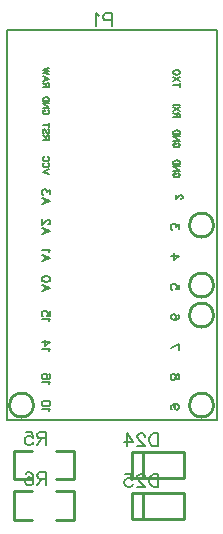
<source format=gbo>
G04 Layer: BottomSilkLayer*
G04 EasyEDA v6.4.17, 2021-03-21T20:07:18+01:00*
G04 c47a54ca09f5448bbd9a4779f7b556aa,4df854c6aec24255a39790d4430c752a,10*
G04 Gerber Generator version 0.2*
G04 Scale: 100 percent, Rotated: No, Reflected: No *
G04 Dimensions in millimeters *
G04 leading zeros omitted , absolute positions ,4 integer and 5 decimal *
%FSLAX45Y45*%
%MOMM*%

%ADD10C,0.2540*%
%ADD20C,0.1524*%
%ADD21C,0.2032*%

%LPD*%
D20*
X11013409Y4738115D02*
G01*
X11013409Y4629150D01*
X11013409Y4738115D02*
G01*
X10966673Y4738115D01*
X10951179Y4733036D01*
X10945845Y4727702D01*
X10940765Y4717287D01*
X10940765Y4706873D01*
X10945845Y4696460D01*
X10951179Y4691379D01*
X10966673Y4686300D01*
X11013409Y4686300D01*
X10977087Y4686300D02*
G01*
X10940765Y4629150D01*
X10843991Y4722621D02*
G01*
X10849325Y4733036D01*
X10864819Y4738115D01*
X10875233Y4738115D01*
X10890727Y4733036D01*
X10901141Y4717287D01*
X10906475Y4691379D01*
X10906475Y4665471D01*
X10901141Y4644644D01*
X10890727Y4634229D01*
X10875233Y4629150D01*
X10869899Y4629150D01*
X10854405Y4634229D01*
X10843991Y4644644D01*
X10838911Y4660137D01*
X10838911Y4665471D01*
X10843991Y4680965D01*
X10854405Y4691379D01*
X10869899Y4696460D01*
X10875233Y4696460D01*
X10890727Y4691379D01*
X10901141Y4680965D01*
X10906475Y4665471D01*
X11013409Y5081015D02*
G01*
X11013409Y4972050D01*
X11013409Y5081015D02*
G01*
X10966673Y5081015D01*
X10951179Y5075936D01*
X10945845Y5070602D01*
X10940765Y5060187D01*
X10940765Y5049773D01*
X10945845Y5039360D01*
X10951179Y5034279D01*
X10966673Y5029200D01*
X11013409Y5029200D01*
X10977087Y5029200D02*
G01*
X10940765Y4972050D01*
X10843991Y5081015D02*
G01*
X10896061Y5081015D01*
X10901141Y5034279D01*
X10896061Y5039360D01*
X10880313Y5044694D01*
X10864819Y5044694D01*
X10849325Y5039360D01*
X10838911Y5029200D01*
X10833577Y5013452D01*
X10833577Y5003037D01*
X10838911Y4987544D01*
X10849325Y4977129D01*
X10864819Y4972050D01*
X10880313Y4972050D01*
X10896061Y4977129D01*
X10901141Y4982210D01*
X10906475Y4992623D01*
X11963400Y4725415D02*
G01*
X11963400Y4616450D01*
X11963400Y4725415D02*
G01*
X11927077Y4725415D01*
X11911329Y4720336D01*
X11901170Y4709921D01*
X11895836Y4699507D01*
X11890756Y4683760D01*
X11890756Y4657852D01*
X11895836Y4642357D01*
X11901170Y4631944D01*
X11911329Y4621529D01*
X11927077Y4616450D01*
X11963400Y4616450D01*
X11851131Y4699507D02*
G01*
X11851131Y4704587D01*
X11846052Y4715002D01*
X11840718Y4720336D01*
X11830304Y4725415D01*
X11809729Y4725415D01*
X11799315Y4720336D01*
X11793981Y4715002D01*
X11788902Y4704587D01*
X11788902Y4694173D01*
X11793981Y4683760D01*
X11804395Y4668265D01*
X11856465Y4616450D01*
X11783568Y4616450D01*
X11687047Y4725415D02*
G01*
X11738863Y4725415D01*
X11744197Y4678679D01*
X11738863Y4683760D01*
X11723370Y4689094D01*
X11707875Y4689094D01*
X11692127Y4683760D01*
X11681713Y4673600D01*
X11676634Y4657852D01*
X11676634Y4647437D01*
X11681713Y4631944D01*
X11692127Y4621529D01*
X11707875Y4616450D01*
X11723370Y4616450D01*
X11738863Y4621529D01*
X11744197Y4626610D01*
X11749277Y4637023D01*
X11963400Y5068315D02*
G01*
X11963400Y4959350D01*
X11963400Y5068315D02*
G01*
X11927077Y5068315D01*
X11911329Y5063236D01*
X11901170Y5052821D01*
X11895836Y5042407D01*
X11890756Y5026660D01*
X11890756Y5000752D01*
X11895836Y4985257D01*
X11901170Y4974844D01*
X11911329Y4964429D01*
X11927077Y4959350D01*
X11963400Y4959350D01*
X11851131Y5042407D02*
G01*
X11851131Y5047487D01*
X11846052Y5057902D01*
X11840718Y5063236D01*
X11830304Y5068315D01*
X11809729Y5068315D01*
X11799315Y5063236D01*
X11793981Y5057902D01*
X11788902Y5047487D01*
X11788902Y5037073D01*
X11793981Y5026660D01*
X11804395Y5011165D01*
X11856465Y4959350D01*
X11783568Y4959350D01*
X11697461Y5068315D02*
G01*
X11749277Y4995671D01*
X11671300Y4995671D01*
X11697461Y5068315D02*
G01*
X11697461Y4959350D01*
X11569700Y8624315D02*
G01*
X11569700Y8515350D01*
X11569700Y8624315D02*
G01*
X11522963Y8624315D01*
X11507470Y8619236D01*
X11502136Y8613902D01*
X11497056Y8603487D01*
X11497056Y8587994D01*
X11502136Y8577579D01*
X11507470Y8572500D01*
X11522963Y8567165D01*
X11569700Y8567165D01*
X11462765Y8603487D02*
G01*
X11452352Y8608821D01*
X11436604Y8624315D01*
X11436604Y8515350D01*
X12120372Y5315457D02*
G01*
X12109958Y5312155D01*
X12103100Y5305044D01*
X12099543Y5294629D01*
X12099543Y5291328D01*
X12103100Y5280913D01*
X12109958Y5274055D01*
X12120372Y5270500D01*
X12123927Y5270500D01*
X12134341Y5274055D01*
X12141200Y5280913D01*
X12144756Y5291328D01*
X12144756Y5294629D01*
X12141200Y5305044D01*
X12134341Y5312155D01*
X12120372Y5315457D01*
X12103100Y5315457D01*
X12085827Y5312155D01*
X12075413Y5305044D01*
X12071858Y5294629D01*
X12071858Y5287771D01*
X12075413Y5277357D01*
X12082272Y5274055D01*
X12144756Y5541771D02*
G01*
X12141200Y5531357D01*
X12134341Y5528055D01*
X12127229Y5528055D01*
X12120372Y5531357D01*
X12117070Y5538470D01*
X12113513Y5552186D01*
X12109958Y5562600D01*
X12103100Y5569457D01*
X12096241Y5573013D01*
X12085827Y5573013D01*
X12078970Y5569457D01*
X12075413Y5566155D01*
X12071858Y5555742D01*
X12071858Y5541771D01*
X12075413Y5531357D01*
X12078970Y5528055D01*
X12085827Y5524500D01*
X12096241Y5524500D01*
X12103100Y5528055D01*
X12109958Y5534913D01*
X12113513Y5545328D01*
X12117070Y5559044D01*
X12120372Y5566155D01*
X12127229Y5569457D01*
X12134341Y5569457D01*
X12141200Y5566155D01*
X12144756Y5555742D01*
X12144756Y5541771D01*
X12144756Y5827013D02*
G01*
X12071858Y5792470D01*
X12144756Y5778500D02*
G01*
X12144756Y5827013D01*
X12134341Y6074155D02*
G01*
X12141200Y6070600D01*
X12144756Y6060186D01*
X12144756Y6053328D01*
X12141200Y6042913D01*
X12130786Y6036055D01*
X12113513Y6032500D01*
X12096241Y6032500D01*
X12082272Y6036055D01*
X12075413Y6042913D01*
X12071858Y6053328D01*
X12071858Y6056629D01*
X12075413Y6067044D01*
X12082272Y6074155D01*
X12092686Y6077457D01*
X12096241Y6077457D01*
X12106656Y6074155D01*
X12113513Y6067044D01*
X12117070Y6056629D01*
X12117070Y6053328D01*
X12113513Y6042913D01*
X12106656Y6036055D01*
X12096241Y6032500D01*
X12144756Y6328155D02*
G01*
X12144756Y6293357D01*
X12113513Y6290055D01*
X12117070Y6293357D01*
X12120372Y6303771D01*
X12120372Y6314186D01*
X12117070Y6324600D01*
X12109958Y6331457D01*
X12099543Y6335013D01*
X12092686Y6335013D01*
X12082272Y6331457D01*
X12075413Y6324600D01*
X12071858Y6314186D01*
X12071858Y6303771D01*
X12075413Y6293357D01*
X12078970Y6290055D01*
X12085827Y6286500D01*
X12144756Y6575044D02*
G01*
X12096241Y6540500D01*
X12096241Y6592570D01*
X12144756Y6575044D02*
G01*
X12071858Y6575044D01*
X12144756Y6801358D02*
G01*
X12144756Y6839458D01*
X12117070Y6818629D01*
X12117070Y6829044D01*
X12113513Y6836155D01*
X12109958Y6839458D01*
X12099543Y6843013D01*
X12092686Y6843013D01*
X12082272Y6839458D01*
X12075413Y6832600D01*
X12071858Y6822186D01*
X12071858Y6811771D01*
X12075413Y6801358D01*
X12078970Y6798055D01*
X12085827Y6794500D01*
X12158979Y7056120D02*
G01*
X12161520Y7056120D01*
X12166600Y7058660D01*
X12169140Y7061200D01*
X12171679Y7066279D01*
X12171679Y7076439D01*
X12169140Y7081520D01*
X12166600Y7084060D01*
X12161520Y7086600D01*
X12156440Y7086600D01*
X12151359Y7084060D01*
X12143740Y7078979D01*
X12118340Y7053579D01*
X12118340Y7089139D01*
X12133579Y7277100D02*
G01*
X12138659Y7274560D01*
X12143740Y7269479D01*
X12146279Y7264400D01*
X12146279Y7254239D01*
X12143740Y7249160D01*
X12138659Y7244079D01*
X12133579Y7241539D01*
X12125959Y7239000D01*
X12113259Y7239000D01*
X12105640Y7241539D01*
X12100559Y7244079D01*
X12095479Y7249160D01*
X12092940Y7254239D01*
X12092940Y7264400D01*
X12095479Y7269479D01*
X12100559Y7274560D01*
X12105640Y7277100D01*
X12113259Y7277100D01*
X12113259Y7264400D02*
G01*
X12113259Y7277100D01*
X12146279Y7293863D02*
G01*
X12092940Y7293863D01*
X12146279Y7293863D02*
G01*
X12092940Y7329423D01*
X12146279Y7329423D02*
G01*
X12092940Y7329423D01*
X12146279Y7346187D02*
G01*
X12092940Y7346187D01*
X12146279Y7346187D02*
G01*
X12146279Y7363968D01*
X12143740Y7371587D01*
X12138659Y7376668D01*
X12133579Y7379208D01*
X12125959Y7381747D01*
X12113259Y7381747D01*
X12105640Y7379208D01*
X12100559Y7376668D01*
X12095479Y7371587D01*
X12092940Y7363968D01*
X12092940Y7346187D01*
X12133579Y7531100D02*
G01*
X12138659Y7528560D01*
X12143740Y7523479D01*
X12146279Y7518400D01*
X12146279Y7508239D01*
X12143740Y7503160D01*
X12138659Y7498079D01*
X12133579Y7495539D01*
X12125959Y7493000D01*
X12113259Y7493000D01*
X12105640Y7495539D01*
X12100559Y7498079D01*
X12095479Y7503160D01*
X12092940Y7508239D01*
X12092940Y7518400D01*
X12095479Y7523479D01*
X12100559Y7528560D01*
X12105640Y7531100D01*
X12113259Y7531100D01*
X12113259Y7518400D02*
G01*
X12113259Y7531100D01*
X12146279Y7547863D02*
G01*
X12092940Y7547863D01*
X12146279Y7547863D02*
G01*
X12092940Y7583423D01*
X12146279Y7583423D02*
G01*
X12092940Y7583423D01*
X12146279Y7600187D02*
G01*
X12092940Y7600187D01*
X12146279Y7600187D02*
G01*
X12146279Y7617968D01*
X12143740Y7625587D01*
X12138659Y7630668D01*
X12133579Y7633208D01*
X12125959Y7635747D01*
X12113259Y7635747D01*
X12105640Y7633208D01*
X12100559Y7630668D01*
X12095479Y7625587D01*
X12092940Y7617968D01*
X12092940Y7600187D01*
X12146279Y7747000D02*
G01*
X12092940Y7747000D01*
X12146279Y7747000D02*
G01*
X12146279Y7769860D01*
X12143740Y7777479D01*
X12141200Y7780020D01*
X12136120Y7782560D01*
X12131040Y7782560D01*
X12125959Y7780020D01*
X12123420Y7777479D01*
X12120879Y7769860D01*
X12120879Y7747000D01*
X12120879Y7764779D02*
G01*
X12092940Y7782560D01*
X12146279Y7799323D02*
G01*
X12092940Y7834884D01*
X12146279Y7834884D02*
G01*
X12092940Y7799323D01*
X12146279Y7851647D02*
G01*
X12092940Y7851647D01*
X12146279Y8018779D02*
G01*
X12092940Y8018779D01*
X12146279Y8001000D02*
G01*
X12146279Y8036560D01*
X12146279Y8053323D02*
G01*
X12092940Y8088884D01*
X12146279Y8088884D02*
G01*
X12092940Y8053323D01*
X12146279Y8120887D02*
G01*
X12143740Y8115808D01*
X12138659Y8110728D01*
X12133579Y8108187D01*
X12125959Y8105647D01*
X12113259Y8105647D01*
X12105640Y8108187D01*
X12100559Y8110728D01*
X12095479Y8115808D01*
X12092940Y8120887D01*
X12092940Y8131047D01*
X12095479Y8136128D01*
X12100559Y8141208D01*
X12105640Y8143747D01*
X12113259Y8146287D01*
X12125959Y8146287D01*
X12133579Y8143747D01*
X12138659Y8141208D01*
X12143740Y8136128D01*
X12146279Y8131047D01*
X12146279Y8120887D01*
X11041379Y8001000D02*
G01*
X10988040Y8001000D01*
X11041379Y8001000D02*
G01*
X11041379Y8023860D01*
X11038840Y8031479D01*
X11036300Y8034020D01*
X11031220Y8036560D01*
X11026140Y8036560D01*
X11021059Y8034020D01*
X11018520Y8031479D01*
X11015979Y8023860D01*
X11015979Y8001000D01*
X11015979Y8018779D02*
G01*
X10988040Y8036560D01*
X11041379Y8073644D02*
G01*
X10988040Y8053323D01*
X11041379Y8073644D02*
G01*
X10988040Y8093963D01*
X11005820Y8060944D02*
G01*
X11005820Y8086344D01*
X11041379Y8110728D02*
G01*
X10988040Y8123428D01*
X11041379Y8136128D02*
G01*
X10988040Y8123428D01*
X11041379Y8136128D02*
G01*
X10988040Y8148828D01*
X11041379Y8161528D02*
G01*
X10988040Y8148828D01*
X11028679Y7810500D02*
G01*
X11033759Y7807960D01*
X11038840Y7802879D01*
X11041379Y7797800D01*
X11041379Y7787639D01*
X11038840Y7782560D01*
X11033759Y7777479D01*
X11028679Y7774939D01*
X11021059Y7772400D01*
X11008359Y7772400D01*
X11000740Y7774939D01*
X10995659Y7777479D01*
X10990579Y7782560D01*
X10988040Y7787639D01*
X10988040Y7797800D01*
X10990579Y7802879D01*
X10995659Y7807960D01*
X11000740Y7810500D01*
X11008359Y7810500D01*
X11008359Y7797800D02*
G01*
X11008359Y7810500D01*
X11041379Y7827263D02*
G01*
X10988040Y7827263D01*
X11041379Y7827263D02*
G01*
X10988040Y7862823D01*
X11041379Y7862823D02*
G01*
X10988040Y7862823D01*
X11041379Y7879587D02*
G01*
X10988040Y7879587D01*
X11041379Y7879587D02*
G01*
X11041379Y7897368D01*
X11038840Y7904987D01*
X11033759Y7910068D01*
X11028679Y7912608D01*
X11021059Y7915147D01*
X11008359Y7915147D01*
X11000740Y7912608D01*
X10995659Y7910068D01*
X10990579Y7904987D01*
X10988040Y7897368D01*
X10988040Y7879587D01*
X11041379Y7556500D02*
G01*
X10988040Y7556500D01*
X11041379Y7556500D02*
G01*
X11041379Y7579360D01*
X11038840Y7586979D01*
X11036300Y7589520D01*
X11031220Y7592060D01*
X11026140Y7592060D01*
X11021059Y7589520D01*
X11018520Y7586979D01*
X11015979Y7579360D01*
X11015979Y7556500D01*
X11015979Y7574279D02*
G01*
X10988040Y7592060D01*
X11033759Y7644384D02*
G01*
X11038840Y7639304D01*
X11041379Y7631684D01*
X11041379Y7621523D01*
X11038840Y7613904D01*
X11033759Y7608823D01*
X11028679Y7608823D01*
X11023600Y7611363D01*
X11021059Y7613904D01*
X11018520Y7618984D01*
X11013440Y7634223D01*
X11010900Y7639304D01*
X11008359Y7641844D01*
X11003279Y7644384D01*
X10995659Y7644384D01*
X10990579Y7639304D01*
X10988040Y7631684D01*
X10988040Y7621523D01*
X10990579Y7613904D01*
X10995659Y7608823D01*
X11041379Y7678928D02*
G01*
X10988040Y7678928D01*
X11041379Y7661147D02*
G01*
X11041379Y7696708D01*
X11041379Y7264400D02*
G01*
X10988040Y7284720D01*
X11041379Y7305039D02*
G01*
X10988040Y7284720D01*
X11028679Y7359904D02*
G01*
X11033759Y7357363D01*
X11038840Y7352284D01*
X11041379Y7347204D01*
X11041379Y7337044D01*
X11038840Y7331963D01*
X11033759Y7326884D01*
X11028679Y7324344D01*
X11021059Y7321804D01*
X11008359Y7321804D01*
X11000740Y7324344D01*
X10995659Y7326884D01*
X10990579Y7331963D01*
X10988040Y7337044D01*
X10988040Y7347204D01*
X10990579Y7352284D01*
X10995659Y7357363D01*
X11000740Y7359904D01*
X11028679Y7414768D02*
G01*
X11033759Y7412228D01*
X11038840Y7407147D01*
X11041379Y7402068D01*
X11041379Y7391908D01*
X11038840Y7386828D01*
X11033759Y7381747D01*
X11028679Y7379208D01*
X11021059Y7376668D01*
X11008359Y7376668D01*
X11000740Y7379208D01*
X10995659Y7381747D01*
X10990579Y7386828D01*
X10988040Y7391908D01*
X10988040Y7402068D01*
X10990579Y7407147D01*
X10995659Y7412228D01*
X11000740Y7414768D01*
X11052556Y7038086D02*
G01*
X10979658Y7010400D01*
X11052556Y7038086D02*
G01*
X10979658Y7065771D01*
X11004041Y7020813D02*
G01*
X11004041Y7055358D01*
X11052556Y7095489D02*
G01*
X11052556Y7133589D01*
X11024870Y7113015D01*
X11024870Y7123429D01*
X11021313Y7130287D01*
X11017758Y7133589D01*
X11007343Y7137145D01*
X11000486Y7137145D01*
X10990072Y7133589D01*
X10983213Y7126731D01*
X10979658Y7116318D01*
X10979658Y7105904D01*
X10983213Y7095489D01*
X10986770Y7092187D01*
X10993627Y7088631D01*
X11052556Y6784086D02*
G01*
X10979658Y6756400D01*
X11052556Y6784086D02*
G01*
X10979658Y6811771D01*
X11004041Y6766813D02*
G01*
X11004041Y6801358D01*
X11035029Y6838187D02*
G01*
X11038586Y6838187D01*
X11045443Y6841489D01*
X11049000Y6845045D01*
X11052556Y6851904D01*
X11052556Y6865873D01*
X11049000Y6872731D01*
X11045443Y6876287D01*
X11038586Y6879589D01*
X11031727Y6879589D01*
X11024870Y6876287D01*
X11014456Y6869429D01*
X10979658Y6834631D01*
X10979658Y6883145D01*
X11052556Y6555486D02*
G01*
X10979658Y6527800D01*
X11052556Y6555486D02*
G01*
X10979658Y6583171D01*
X11004041Y6538213D02*
G01*
X11004041Y6572758D01*
X11038586Y6606031D02*
G01*
X11042141Y6612889D01*
X11052556Y6623304D01*
X10979658Y6623304D01*
X11052556Y6301486D02*
G01*
X10979658Y6273800D01*
X11052556Y6301486D02*
G01*
X10979658Y6329171D01*
X11004041Y6284213D02*
G01*
X11004041Y6318757D01*
X11052556Y6372860D02*
G01*
X11049000Y6362445D01*
X11038586Y6355587D01*
X11021313Y6352031D01*
X11010900Y6352031D01*
X10993627Y6355587D01*
X10983213Y6362445D01*
X10979658Y6372860D01*
X10979658Y6379718D01*
X10983213Y6390131D01*
X10993627Y6396989D01*
X11010900Y6400545D01*
X11021313Y6400545D01*
X11038586Y6396989D01*
X11049000Y6390131D01*
X11052556Y6379718D01*
X11052556Y6372860D01*
X11038586Y6019800D02*
G01*
X11042141Y6026657D01*
X11052556Y6037071D01*
X10979658Y6037071D01*
X11052556Y6101587D02*
G01*
X11052556Y6066789D01*
X11021313Y6063487D01*
X11024870Y6066789D01*
X11028172Y6077204D01*
X11028172Y6087618D01*
X11024870Y6098031D01*
X11017758Y6104889D01*
X11007343Y6108445D01*
X11000486Y6108445D01*
X10990072Y6104889D01*
X10983213Y6098031D01*
X10979658Y6087618D01*
X10979658Y6077204D01*
X10983213Y6066789D01*
X10986770Y6063487D01*
X10993627Y6059931D01*
X11038586Y5765800D02*
G01*
X11042141Y5772657D01*
X11052556Y5783071D01*
X10979658Y5783071D01*
X11052556Y5840729D02*
G01*
X11004041Y5805931D01*
X11004041Y5858002D01*
X11052556Y5840729D02*
G01*
X10979658Y5840729D01*
X11038586Y5486400D02*
G01*
X11042141Y5493257D01*
X11052556Y5503671D01*
X10979658Y5503671D01*
X11042141Y5568187D02*
G01*
X11049000Y5564631D01*
X11052556Y5554218D01*
X11052556Y5547360D01*
X11049000Y5536945D01*
X11038586Y5530087D01*
X11021313Y5526531D01*
X11004041Y5526531D01*
X10990072Y5530087D01*
X10983213Y5536945D01*
X10979658Y5547360D01*
X10979658Y5550915D01*
X10983213Y5561329D01*
X10990072Y5568187D01*
X11000486Y5571489D01*
X11004041Y5571489D01*
X11014456Y5568187D01*
X11021313Y5561329D01*
X11024870Y5550915D01*
X11024870Y5547360D01*
X11021313Y5536945D01*
X11014456Y5530087D01*
X11004041Y5526531D01*
X11038586Y5257800D02*
G01*
X11042141Y5264657D01*
X11052556Y5275071D01*
X10979658Y5275071D01*
X11052556Y5318760D02*
G01*
X11049000Y5308345D01*
X11038586Y5301487D01*
X11021313Y5297931D01*
X11010900Y5297931D01*
X10993627Y5301487D01*
X10983213Y5308345D01*
X10979658Y5318760D01*
X10979658Y5325618D01*
X10983213Y5336031D01*
X10993627Y5342889D01*
X11010900Y5346445D01*
X11021313Y5346445D01*
X11038586Y5342889D01*
X11049000Y5336031D01*
X11052556Y5325618D01*
X11052556Y5318760D01*
D10*
X11248204Y4577699D02*
G01*
X11248204Y4337700D01*
X10898205Y4337700D02*
G01*
X10748205Y4337700D01*
X10898205Y4577699D02*
G01*
X10748205Y4577699D01*
X11098204Y4337700D02*
G01*
X11248204Y4337700D01*
X11098204Y4577699D02*
G01*
X11248204Y4577699D01*
X10748205Y4577699D02*
G01*
X10748205Y4337700D01*
X11248204Y4920599D02*
G01*
X11248204Y4680600D01*
X10898205Y4680600D02*
G01*
X10748205Y4680600D01*
X10898205Y4920599D02*
G01*
X10748205Y4920599D01*
X11098204Y4680600D02*
G01*
X11248204Y4680600D01*
X11098204Y4920599D02*
G01*
X11248204Y4920599D01*
X10748205Y4920599D02*
G01*
X10748205Y4680600D01*
X11743402Y4347697D02*
G01*
X12183402Y4347697D01*
X11743402Y4567702D02*
G01*
X12183402Y4567702D01*
X11743402Y4347697D02*
G01*
X11743402Y4567702D01*
X12183402Y4347697D02*
G01*
X12183402Y4567702D01*
X11837339Y4347697D02*
G01*
X11837339Y4567702D01*
X11743402Y4690597D02*
G01*
X12183402Y4690597D01*
X11743402Y4910602D02*
G01*
X12183402Y4910602D01*
X11743402Y4690597D02*
G01*
X11743402Y4910602D01*
X12183402Y4690597D02*
G01*
X12183402Y4910602D01*
X11837339Y4690597D02*
G01*
X11837339Y4910602D01*
D21*
X12458700Y8483600D02*
G01*
X12458700Y5181600D01*
X10680700Y5181600D01*
X10680700Y8483600D01*
X12458700Y8483600D01*
D10*
G75*
G01
X12433300Y6070600D02*
G03X12433300Y6070600I-101600J0D01*
G75*
G01
X12433300Y6324600D02*
G03X12433300Y6324600I-101600J0D01*
G75*
G01
X12433300Y6832600D02*
G03X12433300Y6832600I-101600J0D01*
G75*
G01
X12433300Y5308600D02*
G03X12433300Y5308600I-101600J0D01*
G75*
G01
X10909300Y5308600D02*
G03X10909300Y5308600I-101600J0D01*
M02*

</source>
